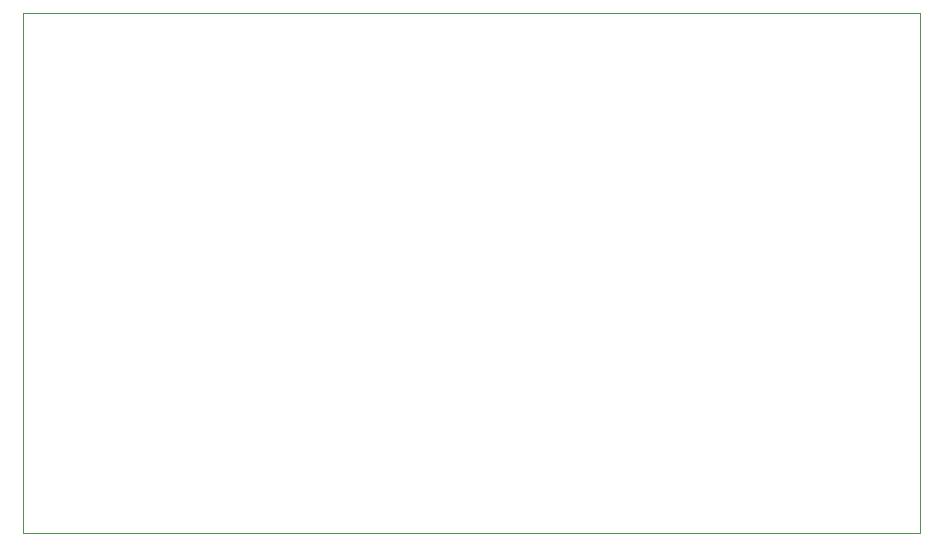
<source format=gbr>
%TF.GenerationSoftware,KiCad,Pcbnew,(5.1.9-0-10_14)*%
%TF.CreationDate,2021-02-18T22:12:25+01:00*%
%TF.ProjectId,ledTruck,6c656454-7275-4636-9b2e-6b696361645f,rev?*%
%TF.SameCoordinates,Original*%
%TF.FileFunction,Profile,NP*%
%FSLAX46Y46*%
G04 Gerber Fmt 4.6, Leading zero omitted, Abs format (unit mm)*
G04 Created by KiCad (PCBNEW (5.1.9-0-10_14)) date 2021-02-18 22:12:25*
%MOMM*%
%LPD*%
G01*
G04 APERTURE LIST*
%TA.AperFunction,Profile*%
%ADD10C,0.050000*%
%TD*%
G04 APERTURE END LIST*
D10*
X107034000Y-118012000D02*
X107034000Y-74012000D01*
X107034000Y-118012000D02*
X183034000Y-118012000D01*
X183034000Y-74012000D02*
X183034000Y-118012000D01*
X107034000Y-74012000D02*
X183034000Y-74012000D01*
M02*

</source>
